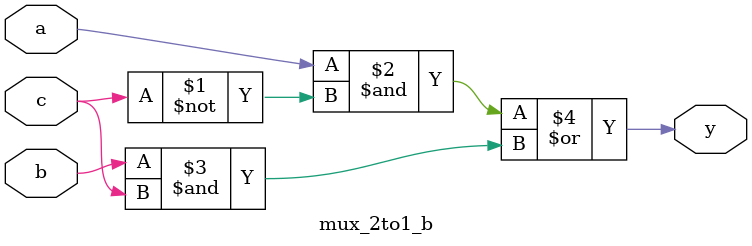
<source format=v>
module mux_2to1_b(y,a,b,c);
input a;
input b;
input c;
output y;
assign y = (a&~c) | (b&c);
endmodule

</source>
